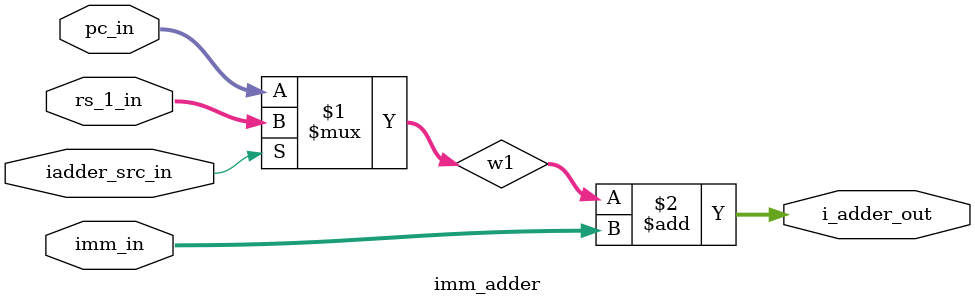
<source format=v>
module imm_adder (pc_in,rs_1_in,iadder_src_in,imm_in,i_adder_out);

input iadder_src_in;
input [31:0] pc_in,rs_1_in,imm_in;
output [31:0] i_adder_out;


wire [31:0] w1;

assign w1 = (iadder_src_in) ? rs_1_in : pc_in;

assign i_adder_out = w1 + imm_in;

endmodule
</source>
